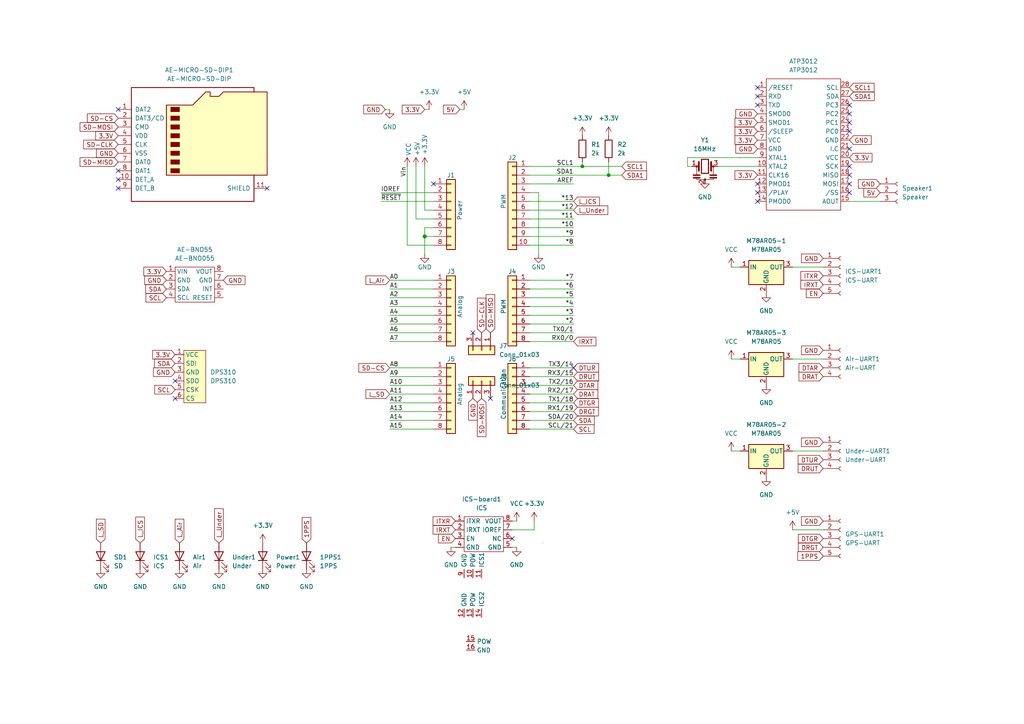
<source format=kicad_sch>
(kicad_sch (version 20211123) (generator eeschema)
  (paper "A4")
  (title_block (title "Main") (date "2023-02-12") (company "TORICA-23th"))
  (lib_symbols
    (symbol "AE-BNO055:AE-BNO055"
      (property "Reference" "U" (at 5.08 1.27 0))
      (property "Value" "AE-BNO055" (at 5.08 3.81 0))
      (symbol "AE-BNO055_0_1"
        (rectangle (start 0 0) (end 11.43 -10.16))
        (rectangle (start 11.43 -10.16) (end 11.43 -10.16))
      )
      (symbol "AE-BNO055_1_1"
        (pin input line (at -2.54 -1.27 0) (length 2.54) (name "VIN") (number "1"))
        (pin input line (at -2.54 -3.81 0) (length 2.54) (name "GND") (number "2"))
        (pin input line (at -2.54 -6.35 0) (length 2.54) (name "SDA") (number "3"))
        (pin input line (at -2.54 -8.89 0) (length 2.54) (name "SCL") (number "4"))
        (pin input line (at 13.97 -8.89 180) (length 2.54) (name "RESET") (number "5"))
        (pin input line (at 13.97 -6.35 180) (length 2.54) (name "INT") (number "6"))
        (pin input line (at 13.97 -3.81 180) (length 2.54) (name "GND") (number "7"))
        (pin input line (at 13.97 -1.27 180) (length 2.54) (name "VOUT") (number "8"))
      )
    )
    (symbol "ATP3012:ATP3012"
      (property "Reference" "U" (at 11.43 3.81 0))
      (property "Value" "ATP3012" (at 11.43 1.27 0))
      (symbol "ATP3012_0_1"
        (rectangle (start 0 0) (end 21.59 -38.1))
      )
      (symbol "ATP3012_1_1"
        (pin input line (at -2.54 -2.54 0) (length 2.54) (name "/RESET") (number "1"))
        (pin input line (at -2.54 -25.4 0) (length 2.54) (name "XTAL2") (number "10"))
        (pin input line (at -2.54 -27.94 0) (length 2.54) (name "CLK16") (number "11"))
        (pin input line (at -2.54 -30.48 0) (length 2.54) (name "PMOD1") (number "12"))
        (pin input line (at -2.54 -33.02 0) (length 2.54) (name "/PLAY") (number "13"))
        (pin input line (at -2.54 -35.56 0) (length 2.54) (name "PMOD0") (number "14"))
        (pin input line (at 24.13 -35.56 180) (length 2.54) (name "AOUT") (number "15"))
        (pin input line (at 24.13 -33.02 180) (length 2.54) (name "/SS") (number "16"))
        (pin input line (at 24.13 -30.48 180) (length 2.54) (name "MOSI") (number "17"))
        (pin input line (at 24.13 -27.94 180) (length 2.54) (name "MISO") (number "18"))
        (pin input line (at 24.13 -25.4 180) (length 2.54) (name "SCK") (number "19"))
        (pin input line (at -2.54 -5.08 0) (length 2.54) (name "RXD") (number "2"))
        (pin input line (at 24.13 -22.86 180) (length 2.54) (name "VCC") (number "20"))
        (pin input line (at 24.13 -20.32 180) (length 2.54) (name "I.C") (number "21"))
        (pin input line (at 24.13 -17.78 180) (length 2.54) (name "GND") (number "22"))
        (pin input line (at 24.13 -15.24 180) (length 2.54) (name "PC0") (number "23"))
        (pin input line (at 24.13 -12.7 180) (length 2.54) (name "PC1") (number "24"))
        (pin input line (at 24.13 -10.16 180) (length 2.54) (name "PC2") (number "25"))
        (pin input line (at 24.13 -7.62 180) (length 2.54) (name "PC3") (number "26"))
        (pin input line (at 24.13 -5.08 180) (length 2.54) (name "SDA") (number "27"))
        (pin input line (at 24.13 -2.54 180) (length 2.54) (name "SCL") (number "28"))
        (pin input line (at -2.54 -7.62 0) (length 2.54) (name "TXD") (number "3"))
        (pin input line (at -2.54 -10.16 0) (length 2.54) (name "SMOD0") (number "4"))
        (pin input line (at -2.54 -12.7 0) (length 2.54) (name "SMOD1") (number "5"))
        (pin input line (at -2.54 -15.24 0) (length 2.54) (name "/SLEEP") (number "6"))
        (pin input line (at -2.54 -17.78 0) (length 2.54) (name "VCC") (number "7"))
        (pin input line (at -2.54 -20.32 0) (length 2.54) (name "GND") (number "8"))
        (pin input line (at -2.54 -22.86 0) (length 2.54) (name "XTAL1") (number "9"))
      )
    )
    (symbol "Connector:Conn_01x03_Female" (pin_names (offset 1.016) hide)
      (property "Reference" "J" (at 0 5.08 0))
      (property "Value" "Conn_01x03_Female" (at 0 -5.08 0))
      (symbol "Conn_01x03_Female_1_1"
        (arc (start 0 -2.032) (mid -0.508 -2.54) (end 0 -3.048) (stroke (width 0.1524)))
        (polyline (pts (xy -1.27 -2.54) (xy -0.508 -2.54)) (stroke (width 0.1524)))
        (polyline (pts (xy -1.27 0) (xy -0.508 0)) (stroke (width 0.1524)))
        (polyline (pts (xy -1.27 2.54) (xy -0.508 2.54)) (stroke (width 0.1524)))
        (arc (start 0 0.508) (mid -0.508 0) (end 0 -0.508) (stroke (width 0.1524)))
        (arc (start 0 3.048) (mid -0.508 2.54) (end 0 2.032) (stroke (width 0.1524)))
        (pin passive line (at -5.08 2.54 0) (length 3.81) (name "Pin_1") (number "1"))
        (pin passive line (at -5.08 0 0) (length 3.81) (name "Pin_2") (number "2"))
        (pin passive line (at -5.08 -2.54 0) (length 3.81) (name "Pin_3") (number "3"))
      )
    )
    (symbol "Connector:Conn_01x04_Female" (pin_names (offset 1.016) hide)
      (property "Reference" "J" (at 0 5.08 0))
      (property "Value" "Conn_01x04_Female" (at 0 -7.62 0))
      (symbol "Conn_01x04_Female_1_1"
        (arc (start 0 -4.572) (mid -0.508 -5.08) (end 0 -5.588) (stroke (width 0.1524)))
        (arc (start 0 -2.032) (mid -0.508 -2.54) (end 0 -3.048) (stroke (width 0.1524)))
        (polyline (pts (xy -1.27 -5.08) (xy -0.508 -5.08)) (stroke (width 0.1524)))
        (polyline (pts (xy -1.27 -2.54) (xy -0.508 -2.54)) (stroke (width 0.1524)))
        (polyline (pts (xy -1.27 0) (xy -0.508 0)) (stroke (width 0.1524)))
        (polyline (pts (xy -1.27 2.54) (xy -0.508 2.54)) (stroke (width 0.1524)))
        (arc (start 0 0.508) (mid -0.508 0) (end 0 -0.508) (stroke (width 0.1524)))
        (arc (start 0 3.048) (mid -0.508 2.54) (end 0 2.032) (stroke (width 0.1524)))
        (pin passive line (at -5.08 2.54 0) (length 3.81) (name "Pin_1") (number "1"))
        (pin passive line (at -5.08 0 0) (length 3.81) (name "Pin_2") (number "2"))
        (pin passive line (at -5.08 -2.54 0) (length 3.81) (name "Pin_3") (number "3"))
        (pin passive line (at -5.08 -5.08 0) (length 3.81) (name "Pin_4") (number "4"))
      )
    )
    (symbol "Connector:Conn_01x05_Female" (pin_names (offset 1.016) hide)
      (property "Reference" "J" (at 0 7.62 0))
      (property "Value" "Conn_01x05_Female" (at 0 -7.62 0))
      (symbol "Conn_01x05_Female_1_1"
        (arc (start 0 -4.572) (mid -0.508 -5.08) (end 0 -5.588) (stroke (width 0.1524)))
        (arc (start 0 -2.032) (mid -0.508 -2.54) (end 0 -3.048) (stroke (width 0.1524)))
        (polyline (pts (xy -1.27 -5.08) (xy -0.508 -5.08)) (stroke (width 0.1524)))
        (polyline (pts (xy -1.27 -2.54) (xy -0.508 -2.54)) (stroke (width 0.1524)))
        (polyline (pts (xy -1.27 0) (xy -0.508 0)) (stroke (width 0.1524)))
        (polyline (pts (xy -1.27 2.54) (xy -0.508 2.54)) (stroke (width 0.1524)))
        (polyline (pts (xy -1.27 5.08) (xy -0.508 5.08)) (stroke (width 0.1524)))
        (arc (start 0 0.508) (mid -0.508 0) (end 0 -0.508) (stroke (width 0.1524)))
        (arc (start 0 3.048) (mid -0.508 2.54) (end 0 2.032) (stroke (width 0.1524)))
        (arc (start 0 5.588) (mid -0.508 5.08) (end 0 4.572) (stroke (width 0.1524)))
        (pin passive line (at -5.08 5.08 0) (length 3.81) (name "Pin_1") (number "1"))
        (pin passive line (at -5.08 2.54 0) (length 3.81) (name "Pin_2") (number "2"))
        (pin passive line (at -5.08 0 0) (length 3.81) (name "Pin_3") (number "3"))
        (pin passive line (at -5.08 -2.54 0) (length 3.81) (name "Pin_4") (number "4"))
        (pin passive line (at -5.08 -5.08 0) (length 3.81) (name "Pin_5") (number "5"))
      )
    )
    (symbol "Connector:Micro_SD_Card_Det_Hirose_DM3AT" (pin_names (offset 1.016))
      (property "Reference" "J" (at -16.51 17.78 0))
      (property "Value" "Micro_SD_Card_Det_Hirose_DM3AT" (at 16.51 17.78 0))
      (symbol "Micro_SD_Card_Det_Hirose_DM3AT_0_1"
        (rectangle (start -7.62 -6.985) (end -5.08 -8.255) (fill (type outline)))
        (rectangle (start -7.62 -4.445) (end -5.08 -5.715) (fill (type outline)))
        (rectangle (start -7.62 -1.905) (end -5.08 -3.175) (fill (type outline)))
        (rectangle (start -7.62 0.635) (end -5.08 -0.635) (fill (type outline)))
        (rectangle (start -7.62 3.175) (end -5.08 1.905) (fill (type outline)))
        (rectangle (start -7.62 5.715) (end -5.08 4.445) (fill (type outline)))
        (rectangle (start -7.62 8.255) (end -5.08 6.985) (fill (type outline)))
        (rectangle (start -7.62 10.795) (end -5.08 9.525) (fill (type outline)))
        (polyline (pts (xy 16.51 15.24) (xy 16.51 16.51) (xy -19.05 16.51) (xy -19.05 -16.51) (xy 16.51 -16.51) (xy 16.51 -8.89)) (stroke (width 0.254)))
        (polyline (pts (xy -8.89 -8.89) (xy -8.89 11.43) (xy -1.27 11.43) (xy 2.54 15.24) (xy 3.81 15.24) (xy 3.81 13.97) (xy 6.35 13.97) (xy 7.62 15.24) (xy 20.32 15.24) (xy 20.32 -8.89) (xy -8.89 -8.89)) (stroke (width 0.254)) (fill (type background)))
      )
      (symbol "Micro_SD_Card_Det_Hirose_DM3AT_1_1"
        (pin bidirectional line (at -22.86 10.16 0) (length 3.81) (name "DAT2") (number "1"))
        (pin passive line (at -22.86 -10.16 0) (length 3.81) (name "DET_A") (number "10"))
        (pin passive line (at 20.32 -12.7 180) (length 3.81) (name "SHIELD") (number "11"))
        (pin bidirectional line (at -22.86 7.62 0) (length 3.81) (name "DAT3/CD") (number "2"))
        (pin input line (at -22.86 5.08 0) (length 3.81) (name "CMD") (number "3"))
        (pin power_in line (at -22.86 2.54 0) (length 3.81) (name "VDD") (number "4"))
        (pin input line (at -22.86 0 0) (length 3.81) (name "CLK") (number "5"))
        (pin power_in line (at -22.86 -2.54 0) (length 3.81) (name "VSS") (number "6"))
        (pin bidirectional line (at -22.86 -5.08 0) (length 3.81) (name "DAT0") (number "7"))
        (pin bidirectional line (at -22.86 -7.62 0) (length 3.81) (name "DAT1") (number "8"))
        (pin passive line (at -22.86 -12.7 0) (length 3.81) (name "DET_B") (number "9"))
      )
    )
    (symbol "Connector_Generic:Conn_01x03" (pin_names (offset 1.016) hide)
      (property "Reference" "J" (at 0 5.08 0))
      (property "Value" "Conn_01x03" (at 0 -5.08 0))
      (symbol "Conn_01x03_1_1"
        (rectangle (start -1.27 -2.413) (end 0 -2.667) (stroke (width 0.1524)))
        (rectangle (start -1.27 0.127) (end 0 -0.127) (stroke (width 0.1524)))
        (rectangle (start -1.27 2.667) (end 0 2.413) (stroke (width 0.1524)))
        (rectangle (start -1.27 3.81) (end 1.27 -3.81) (stroke (width 0.254)) (fill (type background)))
        (pin passive line (at -5.08 2.54 0) (length 3.81) (name "Pin_1") (number "1"))
        (pin passive line (at -5.08 0 0) (length 3.81) (name "Pin_2") (number "2"))
        (pin passive line (at -5.08 -2.54 0) (length 3.81) (name "Pin_3") (number "3"))
      )
    )
    (symbol "Connector_Generic:Conn_01x08" (pin_names (offset 1.016) hide)
      (property "Reference" "J" (at 0 10.16 0))
      (property "Value" "Conn_01x08" (at 0 -12.7 0))
      (symbol "Conn_01x08_1_1"
        (rectangle (start -1.27 -10.033) (end 0 -10.287) (stroke (width 0.1524)))
        (rectangle (start -1.27 -7.493) (end 0 -7.747) (stroke (width 0.1524)))
        (rectangle (start -1.27 -4.953) (end 0 -5.207) (stroke (width 0.1524)))
        (rectangle (start -1.27 -2.413) (end 0 -2.667) (stroke (width 0.1524)))
        (rectangle (start -1.27 0.127) (end 0 -0.127) (stroke (width 0.1524)))
        (rectangle (start -1.27 2.667) (end 0 2.413) (stroke (width 0.1524)))
        (rectangle (start -1.27 5.207) (end 0 4.953) (stroke (width 0.1524)))
        (rectangle (start -1.27 7.747) (end 0 7.493) (stroke (width 0.1524)))
        (rectangle (start -1.27 8.89) (end 1.27 -11.43) (stroke (width 0.254)) (fill (type background)))
        (pin passive line (at -5.08 7.62 0) (length 3.81) (name "Pin_1") (number "1"))
        (pin passive line (at -5.08 5.08 0) (length 3.81) (name "Pin_2") (number "2"))
        (pin passive line (at -5.08 2.54 0) (length 3.81) (name "Pin_3") (number "3"))
        (pin passive line (at -5.08 0 0) (length 3.81) (name "Pin_4") (number "4"))
        (pin passive line (at -5.08 -2.54 0) (length 3.81) (name "Pin_5") (number "5"))
        (pin passive line (at -5.08 -5.08 0) (length 3.81) (name "Pin_6") (number "6"))
        (pin passive line (at -5.08 -7.62 0) (length 3.81) (name "Pin_7") (number "7"))
        (pin passive line (at -5.08 -10.16 0) (length 3.81) (name "Pin_8") (number "8"))
      )
    )
    (symbol "Connector_Generic:Conn_01x10" (pin_names (offset 1.016) hide)
      (property "Reference" "J" (at 0 12.7 0))
      (property "Value" "Conn_01x10" (at 0 -15.24 0))
      (symbol "Conn_01x10_1_1"
        (rectangle (start -1.27 -12.573) (end 0 -12.827) (stroke (width 0.1524)))
        (rectangle (start -1.27 -10.033) (end 0 -10.287) (stroke (width 0.1524)))
        (rectangle (start -1.27 -7.493) (end 0 -7.747) (stroke (width 0.1524)))
        (rectangle (start -1.27 -4.953) (end 0 -5.207) (stroke (width 0.1524)))
        (rectangle (start -1.27 -2.413) (end 0 -2.667) (stroke (width 0.1524)))
        (rectangle (start -1.27 0.127) (end 0 -0.127) (stroke (width 0.1524)))
        (rectangle (start -1.27 2.667) (end 0 2.413) (stroke (width 0.1524)))
        (rectangle (start -1.27 5.207) (end 0 4.953) (stroke (width 0.1524)))
        (rectangle (start -1.27 7.747) (end 0 7.493) (stroke (width 0.1524)))
        (rectangle (start -1.27 10.287) (end 0 10.033) (stroke (width 0.1524)))
        (rectangle (start -1.27 11.43) (end 1.27 -13.97) (stroke (width 0.254)) (fill (type background)))
        (pin passive line (at -5.08 10.16 0) (length 3.81) (name "Pin_1") (number "1"))
        (pin passive line (at -5.08 -12.7 0) (length 3.81) (name "Pin_10") (number "10"))
        (pin passive line (at -5.08 7.62 0) (length 3.81) (name "Pin_2") (number "2"))
        (pin passive line (at -5.08 5.08 0) (length 3.81) (name "Pin_3") (number "3"))
        (pin passive line (at -5.08 2.54 0) (length 3.81) (name "Pin_4") (number "4"))
        (pin passive line (at -5.08 0 0) (length 3.81) (name "Pin_5") (number "5"))
        (pin passive line (at -5.08 -2.54 0) (length 3.81) (name "Pin_6") (number "6"))
        (pin passive line (at -5.08 -5.08 0) (length 3.81) (name "Pin_7") (number "7"))
        (pin passive line (at -5.08 -7.62 0) (length 3.81) (name "Pin_8") (number "8"))
        (pin passive line (at -5.08 -10.16 0) (length 3.81) (name "Pin_9") (number "9"))
      )
    )
    (symbol "DPS310:DPS310"
      (property "Reference" "U" (at -8.89 7.62 0))
      (property "Value" "DPS310" (at -8.89 10.16 0))
      (symbol "DPS310_0_1"
        (rectangle (start -15.24 6.35) (end -8.89 -8.89) (fill (type background)))
      )
      (symbol "DPS310_1_1"
        (pin bidirectional line (at -6.35 5.08 180) (length 2.54) (name "") (number ""))
        (pin bidirectional line (at -6.35 5.08 180) (length 2.54) (name "VCC") (number "1"))
        (pin bidirectional line (at -6.35 2.54 180) (length 2.54) (name "SDI") (number "2"))
        (pin bidirectional line (at -6.35 0 180) (length 2.54) (name "GND") (number "3"))
        (pin bidirectional line (at -6.35 -2.54 180) (length 2.54) (name "SDO") (number "4"))
        (pin bidirectional line (at -6.35 -5.08 180) (length 2.54) (name "CSK") (number "5"))
        (pin bidirectional line (at -6.35 -7.62 180) (length 2.54) (name "CS") (number "6"))
      )
    )
    (symbol "Device:LED" (pin_numbers hide) (pin_names (offset 1.016) hide)
      (property "Reference" "D" (at 0 2.54 0))
      (property "Value" "LED" (at 0 -2.54 0))
      (symbol "LED_0_1"
        (polyline (pts (xy -1.27 -1.27) (xy -1.27 1.27)) (stroke (width 0.254)))
        (polyline (pts (xy -1.27 0) (xy 1.27 0)))
        (polyline (pts (xy 1.27 -1.27) (xy 1.27 1.27) (xy -1.27 0) (xy 1.27 -1.27)) (stroke (width 0.254)))
        (polyline (pts (xy -3.048 -0.762) (xy -4.572 -2.286) (xy -3.81 -2.286) (xy -4.572 -2.286) (xy -4.572 -1.524)))
        (polyline (pts (xy -1.778 -0.762) (xy -3.302 -2.286) (xy -2.54 -2.286) (xy -3.302 -2.286) (xy -3.302 -1.524)))
      )
      (symbol "LED_1_1"
        (pin passive line (at -3.81 0 0) (length 2.54) (name "K") (number "1"))
        (pin passive line (at 3.81 0 180) (length 2.54) (name "A") (number "2"))
      )
    )
    (symbol "Device:R" (pin_numbers hide) (pin_names (offset 0))
      (property "Reference" "R" (at 2.032 0 90))
      (property "Value" "R" (at 0 0 90))
      (symbol "R_0_1"
        (rectangle (start -1.016 -2.54) (end 1.016 2.54) (stroke (width 0.254)))
      )
      (symbol "R_1_1"
        (pin passive line (at 0 3.81 270) (length 1.27) (name "~") (number "1"))
        (pin passive line (at 0 -3.81 90) (length 1.27) (name "~") (number "2"))
      )
    )
    (symbol "Device:Resonator" (pin_names (offset 1.016) hide)
      (property "Reference" "Y" (at 0 5.715 0))
      (property "Value" "Resonator" (at 0 3.81 0))
      (symbol "Resonator_0_1"
        (rectangle (start -3.429 -3.175) (end -1.397 -3.429) (fill (type outline)))
        (rectangle (start -3.429 -2.413) (end -1.397 -2.667) (fill (type outline)))
        (circle (center -2.413 0) (radius 0.254) (fill (type outline)))
        (rectangle (start -1.016 2.032) (end 1.016 -2.032) (stroke (width 0.3048)))
        (circle (center 0 -3.81) (radius 0.254) (fill (type outline)))
        (polyline (pts (xy -2.413 -2.413) (xy -2.413 0)))
        (polyline (pts (xy -1.905 0) (xy -3.175 0)))
        (polyline (pts (xy -1.778 -1.27) (xy -1.778 1.27)) (stroke (width 0.508)))
        (polyline (pts (xy 1.778 -1.27) (xy 1.778 1.27)) (stroke (width 0.508)))
        (polyline (pts (xy 1.905 0) (xy 2.54 0)))
        (polyline (pts (xy 2.413 0) (xy 2.413 -2.54)))
        (polyline (pts (xy 2.413 -3.302) (xy 2.413 -3.81) (xy -2.413 -3.81) (xy -2.413 -3.302)))
        (rectangle (start 1.397 -3.175) (end 3.429 -3.429) (fill (type outline)))
        (rectangle (start 1.397 -2.413) (end 3.429 -2.667) (fill (type outline)))
        (circle (center 2.413 0) (radius 0.254) (fill (type outline)))
      )
      (symbol "Resonator_1_1"
        (pin passive line (at -3.81 0 0) (length 1.27) (name "1") (number "1"))
        (pin passive line (at 0 -5.08 90) (length 1.27) (name "2") (number "2"))
        (pin passive line (at 3.81 0 180) (length 1.27) (name "3") (number "3"))
      )
    )
    (symbol "ICS:ICS"
      (property "Reference" "U" (at 5.08 3.81 0))
      (property "Value" "ICS" (at 5.08 1.27 0))
      (symbol "ICS_0_1"
        (rectangle (start 0 0) (end 11.43 -10.16))
        (rectangle (start 22.86 -7.62) (end 22.86 -7.62))
      )
      (symbol "ICS_1_1"
        (pin input line (at -2.54 -1.27 0) (length 2.54) (name "ITXR") (number "1"))
        (pin input line (at 2.54 -17.78 90) (length 2.54) (name "POW") (number "10"))
        (pin input line (at 5.08 -17.78 90) (length 2.54) (name "ICS1") (number "11"))
        (pin input line (at 0 -29.21 90) (length 2.54) (name "GND") (number "12"))
        (pin input line (at 2.54 -29.21 90) (length 2.54) (name "POW") (number "13"))
        (pin input line (at 5.08 -29.21 90) (length 2.54) (name "ICS2") (number "14"))
        (pin input line (at 0.635 -36.195 0) (length 2.54) (name "POW") (number "15"))
        (pin input line (at 0.635 -38.735 0) (length 2.54) (name "GND") (number "16"))
        (pin input line (at -2.54 -3.81 0) (length 2.54) (name "IRXT") (number "2"))
        (pin input line (at -2.54 -6.35 0) (length 2.54) (name "EN") (number "3"))
        (pin input line (at -2.54 -8.89 0) (length 2.54) (name "GND") (number "4"))
        (pin input line (at 13.97 -8.89 180) (length 2.54) (name "GND") (number "5"))
        (pin input line (at 13.97 -6.35 180) (length 2.54) (name "NC") (number "6"))
        (pin input line (at 13.97 -3.81 180) (length 2.54) (name "IOREF") (number "7"))
        (pin input line (at 13.97 -1.27 180) (length 2.54) (name "VOUT") (number "8"))
        (pin input line (at 0 -17.78 90) (length 2.54) (name "GND") (number "9"))
      )
    )
    (symbol "Regulator_Switching:R-78E5.0-1.0" (pin_names (offset 0.254))
      (property "Reference" "U" (at -3.81 3.175 0))
      (property "Value" "R-78E5.0-1.0" (at 0 3.175 0))
      (symbol "R-78E5.0-1.0_0_1"
        (rectangle (start -5.08 1.905) (end 5.08 -5.08) (stroke (width 0.254)) (fill (type background)))
      )
      (symbol "R-78E5.0-1.0_1_1"
        (pin power_in line (at -7.62 0 0) (length 2.54) (name "IN") (number "1"))
        (pin power_in line (at 0 -7.62 90) (length 2.54) (name "GND") (number "2"))
        (pin power_out line (at 7.62 0 180) (length 2.54) (name "OUT") (number "3"))
      )
    )
    (symbol "power:+3.3V" (power) (pin_names (offset 0))
      (property "Value" "+3.3V" (at 0 3.556 0))
      (symbol "+3.3V_0_1"
        (polyline (pts (xy -0.762 1.27) (xy 0 2.54)))
        (polyline (pts (xy 0 0) (xy 0 2.54)))
        (polyline (pts (xy 0 2.54) (xy 0.762 1.27)))
      )
      (symbol "+3.3V_1_1"
        (pin power_in line (at 0 0 90) (length 0) hide (name "+3.3V") (number "1"))
      )
    )
    (symbol "power:+5V" (power) (pin_names (offset 0))
      (property "Value" "+5V" (at 0 3.556 0))
      (symbol "+5V_0_1"
        (polyline (pts (xy -0.762 1.27) (xy 0 2.54)))
        (polyline (pts (xy 0 0) (xy 0 2.54)))
        (polyline (pts (xy 0 2.54) (xy 0.762 1.27)))
      )
      (symbol "+5V_1_1"
        (pin power_in line (at 0 0 90) (length 0) hide (name "+5V") (number "1"))
      )
    )
    (symbol "power:GND" (power) (pin_names (offset 0))
      (property "Value" "GND" (at 0 -3.81 0))
      (symbol "GND_0_1"
        (polyline (pts (xy 0 0) (xy 0 -1.27) (xy 1.27 -1.27) (xy 0 -2.54) (xy -1.27 -1.27) (xy 0 -1.27)))
      )
      (symbol "GND_1_1"
        (pin power_in line (at 0 0 270) (length 0) hide (name "GND") (number "1"))
      )
    )
    (symbol "power:VCC" (power) (pin_names (offset 0))
      (property "Value" "VCC" (at 0 3.81 0))
      (symbol "VCC_0_1"
        (polyline (pts (xy -0.762 1.27) (xy 0 2.54)))
        (polyline (pts (xy 0 0) (xy 0 2.54)))
        (polyline (pts (xy 0 2.54) (xy 0.762 1.27)))
      )
      (symbol "VCC_1_1"
        (pin power_in line (at 0 0 90) (length 0) hide (name "VCC") (number "1"))
      )
    )
  )
  (junction (at 123.19 68.58) (diameter 1.016))
  (junction (at 168.91 48.26))
  (junction (at 176.53 50.8))
  (no_connect (at 219.71 55.88))
  (no_connect (at 219.71 30.48))
  (no_connect (at 219.71 25.4))
  (no_connect (at 219.71 27.94))
  (no_connect (at 246.38 43.18))
  (no_connect (at 246.38 48.26))
  (no_connect (at 246.38 53.34))
  (no_connect (at 246.38 50.8))
  (no_connect (at 246.38 55.88))
  (no_connect (at 246.38 33.02))
  (no_connect (at 246.38 35.56))
  (no_connect (at 246.38 38.1))
  (no_connect (at 246.38 30.48))
  (no_connect (at 219.71 58.42))
  (no_connect (at 219.71 53.34))
  (no_connect (at 148.59 156.21))
  (no_connect (at 166.37 106.68))
  (no_connect (at 34.29 52.07))
  (no_connect (at 34.29 54.61))
  (no_connect (at 77.47 54.61))
  (no_connect (at 34.29 31.75))
  (no_connect (at 34.29 49.53))
  (no_connect (at 50.8 110.49))
  (no_connect (at 50.8 115.57))
  (no_connect (at 125.73 53.34))
  (no_connect (at 142.24 115.57))
  (no_connect (at 137.16 96.52))
  (wire (pts (xy 111.76 31.75) (xy 113.03 31.75)))
  (wire (pts (xy 153.67 99.06) (xy 166.37 99.06)))
  (wire (pts (xy 176.53 50.8) (xy 180.34 50.8)))
  (wire (pts (xy 176.53 46.99) (xy 176.53 50.8)))
  (wire (pts (xy 113.03 99.06) (xy 125.73 99.06)))
  (wire (pts (xy 153.67 66.04) (xy 166.37 66.04)))
  (wire (pts (xy 153.67 48.26) (xy 168.91 48.26)))
  (wire (pts (xy 212.09 130.81) (xy 214.63 130.81)))
  (wire (pts (xy 153.67 111.76) (xy 166.37 111.76)))
  (wire (pts (xy 229.87 153.67) (xy 238.76 153.67)))
  (wire (pts (xy 123.19 66.04) (xy 123.19 68.58)))
  (wire (pts (xy 113.03 93.98) (xy 125.73 93.98)))
  (wire (pts (xy 123.19 68.58) (xy 123.19 73.66)))
  (wire (pts (xy 123.19 60.96) (xy 125.73 60.96)))
  (wire (pts (xy 120.65 63.5) (xy 125.73 63.5)))
  (wire (pts (xy 120.65 48.26) (xy 120.65 63.5)))
  (wire (pts (xy 113.03 124.46) (xy 125.73 124.46)))
  (wire (pts (xy 133.35 31.75) (xy 134.62 31.75)))
  (wire (pts (xy 153.67 58.42) (xy 166.37 58.42)))
  (wire (pts (xy 199.39 45.72) (xy 199.39 48.26)))
  (wire (pts (xy 123.19 48.26) (xy 123.19 60.96)))
  (wire (pts (xy 153.67 81.28) (xy 166.37 81.28)))
  (wire (pts (xy 125.73 81.28) (xy 113.03 81.28)))
  (wire (pts (xy 153.67 60.96) (xy 166.37 60.96)))
  (wire (pts (xy 125.73 121.92) (xy 113.03 121.92)))
  (wire (pts (xy 153.67 83.82) (xy 166.37 83.82)))
  (wire (pts (xy 153.67 119.38) (xy 166.37 119.38)))
  (wire (pts (xy 148.59 153.67) (xy 154.94 153.67)))
  (wire (pts (xy 212.09 104.14) (xy 214.63 104.14)))
  (wire (pts (xy 153.67 68.58) (xy 166.37 68.58)))
  (wire (pts (xy 153.67 88.9) (xy 166.37 88.9)))
  (wire (pts (xy 110.49 55.88) (xy 125.73 55.88)))
  (wire (pts (xy 229.87 77.47) (xy 238.76 77.47)))
  (wire (pts (xy 153.67 109.22) (xy 166.37 109.22)))
  (wire (pts (xy 204.47 53.34) (xy 204.47 52.07)))
  (wire (pts (xy 156.21 55.88) (xy 156.21 73.66)))
  (wire (pts (xy 153.67 124.46) (xy 166.37 124.46)))
  (wire (pts (xy 153.67 53.34) (xy 166.37 53.34)))
  (wire (pts (xy 246.38 58.42) (xy 255.27 58.42)))
  (wire (pts (xy 153.67 116.84) (xy 166.37 116.84)))
  (wire (pts (xy 113.03 114.3) (xy 125.73 114.3)))
  (wire (pts (xy 125.73 86.36) (xy 113.03 86.36)))
  (wire (pts (xy 110.49 58.42) (xy 125.73 58.42)))
  (wire (pts (xy 148.59 158.75) (xy 149.86 158.75)))
  (wire (pts (xy 153.67 106.68) (xy 166.37 106.68)))
  (wire (pts (xy 125.73 68.58) (xy 123.19 68.58)))
  (wire (pts (xy 168.91 46.99) (xy 168.91 48.26)))
  (wire (pts (xy 125.73 71.12) (xy 118.11 71.12)))
  (wire (pts (xy 113.03 83.82) (xy 125.73 83.82)))
  (wire (pts (xy 199.39 48.26) (xy 200.66 48.26)))
  (wire (pts (xy 168.91 48.26) (xy 180.34 48.26)))
  (wire (pts (xy 219.71 45.72) (xy 199.39 45.72)))
  (wire (pts (xy 125.73 111.76) (xy 113.03 111.76)))
  (wire (pts (xy 153.67 114.3) (xy 166.37 114.3)))
  (wire (pts (xy 153.67 55.88) (xy 156.21 55.88)))
  (wire (pts (xy 212.09 77.47) (xy 214.63 77.47)))
  (wire (pts (xy 148.59 151.13) (xy 149.86 151.13)))
  (wire (pts (xy 125.73 66.04) (xy 123.19 66.04)))
  (wire (pts (xy 123.19 31.75) (xy 124.46 31.75)))
  (wire (pts (xy 113.03 119.38) (xy 125.73 119.38)))
  (wire (pts (xy 153.67 63.5) (xy 166.37 63.5)))
  (wire (pts (xy 113.03 109.22) (xy 125.73 109.22)))
  (wire (pts (xy 153.67 86.36) (xy 166.37 86.36)))
  (wire (pts (xy 113.03 88.9) (xy 125.73 88.9)))
  (wire (pts (xy 130.81 158.75) (xy 132.08 158.75)))
  (wire (pts (xy 153.67 121.92) (xy 166.37 121.92)))
  (wire (pts (xy 229.87 104.14) (xy 238.76 104.14)))
  (wire (pts (xy 125.73 106.68) (xy 113.03 106.68)))
  (wire (pts (xy 154.94 153.67) (xy 154.94 151.13)))
  (wire (pts (xy 153.67 50.8) (xy 176.53 50.8)))
  (wire (pts (xy 153.67 93.98) (xy 166.37 93.98)))
  (wire (pts (xy 153.67 91.44) (xy 166.37 91.44)))
  (wire (pts (xy 208.28 48.26) (xy 219.71 48.26)))
  (wire (pts (xy 153.67 96.52) (xy 166.37 96.52)))
  (wire (pts (xy 125.73 116.84) (xy 113.03 116.84)))
  (wire (pts (xy 229.87 130.81) (xy 238.76 130.81)))
  (wire (pts (xy 118.11 71.12) (xy 118.11 48.26)))
  (wire (pts (xy 125.73 96.52) (xy 113.03 96.52)))
  (wire (pts (xy 125.73 91.44) (xy 113.03 91.44)))
  (wire (pts (xy 153.67 71.12) (xy 166.37 71.12)))
  (label "A10" (at 113.03 111.76 0))
  (label "RX0{slash}0" (at 166.37 99.06 180))
  (label "A15" (at 113.03 124.46 0))
  (label "A2" (at 113.03 86.36 0))
  (label "RX2{slash}17" (at 166.37 114.3 180))
  (label "*4" (at 166.37 88.9 180))
  (label "SDA{slash}20" (at 166.37 121.92 180))
  (label "*2" (at 166.37 93.98 180))
  (label "TX1{slash}18" (at 166.37 116.84 180))
  (label "A3" (at 113.03 88.9 0))
  (label "*13" (at 166.37 58.42 180))
  (label "*12" (at 166.37 60.96 180))
  (label "~{RESET}" (at 110.49 58.42 0))
  (label "*10" (at 166.37 66.04 180))
  (label "A13" (at 113.03 119.38 0))
  (label "*7" (at 166.37 81.28 180))
  (label "SDA1" (at 166.37 50.8 180))
  (label "*8" (at 166.37 71.12 180))
  (label "A9" (at 113.03 109.22 0))
  (label "*11" (at 166.37 63.5 180))
  (label "*3" (at 166.37 91.44 180))
  (label "A6" (at 113.03 96.52 0))
  (label "A1" (at 113.03 83.82 0))
  (label "TX0{slash}1" (at 166.37 96.52 180))
  (label "RX1{slash}19" (at 166.37 119.38 180))
  (label "A0" (at 113.03 81.28 0))
  (label "AREF" (at 166.37 53.34 180))
  (label "A14" (at 113.03 121.92 0))
  (label "A8" (at 113.03 106.68 0))
  (label "Vin" (at 118.11 48.26 270))
  (label "*6" (at 166.37 83.82 180))
  (label "SCL1" (at 166.37 48.26 180))
  (label "*9" (at 166.37 68.58 180))
  (label "TX2{slash}16" (at 166.37 111.76 180))
  (label "*5" (at 166.37 86.36 180))
  (label "IOREF" (at 110.49 55.88 0))
  (label "A7" (at 113.03 99.06 0))
  (label "A11" (at 113.03 114.3 0))
  (label "A4" (at 113.03 91.44 0))
  (label "A5" (at 113.03 93.98 0))
  (label "RX3{slash}15" (at 166.37 109.22 180))
  (label "TX3{slash}14" (at 166.37 106.68 180))
  (label "A12" (at 113.03 116.84 0))
  (label "SCL{slash}21" (at 166.37 124.46 180))
  (global_label "DTGR" (shape input) (at 166.37 116.84 0) (property "Intersheet References" "${INTERSHEET_REFS}" (effects hide)))
  (global_label "1PPS" (shape input) (at 238.76 161.29 180) (property "Intersheet References" "${INTERSHEET_REFS}" (effects hide)))
  (global_label "IRXT" (shape input) (at 238.76 82.55 180) (property "Intersheet References" "${INTERSHEET_REFS}" (effects hide)))
  (global_label "3.3V" (shape input) (at 219.71 38.1 180) (property "Intersheet References" "${INTERSHEET_REFS}" (effects hide)))
  (global_label "3.3V" (shape input) (at 123.19 31.75 180) (property "Intersheet References" "${INTERSHEET_REFS}" (effects hide)))
  (global_label "SD-CLK" (shape input) (at 34.29 41.91 180) (property "Intersheet References" "${INTERSHEET_REFS}" (effects hide)))
  (global_label "SDA" (shape input) (at 50.8 105.41 180) (property "Intersheet References" "${INTERSHEET_REFS}" (effects hide)))
  (global_label "SCL1" (shape input) (at 180.34 48.26 0) (property "Intersheet References" "${INTERSHEET_REFS}" (effects hide)))
  (global_label "SCL" (shape input) (at 166.37 124.46 0) (property "Intersheet References" "${INTERSHEET_REFS}" (effects hide)))
  (global_label "GND" (shape input) (at 238.76 74.93 180) (property "Intersheet References" "${INTERSHEET_REFS}" (effects hide)))
  (global_label "GND" (shape input) (at 111.76 31.75 180) (property "Intersheet References" "${INTERSHEET_REFS}" (effects hide)))
  (global_label "SD-MOSI" (shape input) (at 34.29 36.83 180) (property "Intersheet References" "${INTERSHEET_REFS}" (effects hide)))
  (global_label "SDA" (shape input) (at 48.26 83.82 180) (property "Intersheet References" "${INTERSHEET_REFS}" (effects hide)))
  (global_label "GND" (shape input) (at 246.38 40.64 0) (property "Intersheet References" "${INTERSHEET_REFS}" (effects hide)))
  (global_label "DRAT" (shape input) (at 166.37 114.3 0) (property "Intersheet References" "${INTERSHEET_REFS}" (effects hide)))
  (global_label "3.3V" (shape input) (at 246.38 45.72 0) (property "Intersheet References" "${INTERSHEET_REFS}" (effects hide)))
  (global_label "GND" (shape input) (at 238.76 128.27 180) (property "Intersheet References" "${INTERSHEET_REFS}" (effects hide)))
  (global_label "SCL1" (shape input) (at 246.38 25.4 0) (property "Intersheet References" "${INTERSHEET_REFS}" (effects hide)))
  (global_label "DTGR" (shape input) (at 238.76 156.21 180) (property "Intersheet References" "${INTERSHEET_REFS}" (effects hide)))
  (global_label "GND" (shape input) (at 34.29 44.45 180) (property "Intersheet References" "${INTERSHEET_REFS}" (effects hide)))
  (global_label "GND" (shape input) (at 219.71 33.02 180) (property "Intersheet References" "${INTERSHEET_REFS}" (effects hide)))
  (global_label "SCL" (shape input) (at 48.26 86.36 180) (property "Intersheet References" "${INTERSHEET_REFS}" (effects hide)))
  (global_label "5V" (shape input) (at 255.27 55.88 180) (property "Intersheet References" "${INTERSHEET_REFS}" (effects hide)))
  (global_label "GND" (shape input) (at 48.26 81.28 180) (property "Intersheet References" "${INTERSHEET_REFS}" (effects hide)))
  (global_label "L_Air" (shape input) (at 52.07 157.48 90) (property "Intersheet References" "${INTERSHEET_REFS}" (effects hide)))
  (global_label "1PPS" (shape input) (at 88.9 157.48 90) (property "Intersheet References" "${INTERSHEET_REFS}" (effects hide)))
  (global_label "SDA1" (shape input) (at 180.34 50.8 0) (property "Intersheet References" "${INTERSHEET_REFS}" (effects hide)))
  (global_label "DRUT" (shape input) (at 238.76 135.89 180) (property "Intersheet References" "${INTERSHEET_REFS}" (effects hide)))
  (global_label "GND" (shape input) (at 64.77 81.28 0) (property "Intersheet References" "${INTERSHEET_REFS}" (effects hide)))
  (global_label "DRUT" (shape input) (at 166.37 109.22 0) (property "Intersheet References" "${INTERSHEET_REFS}" (effects hide)))
  (global_label "SD-MISO" (shape input) (at 34.29 46.99 180) (property "Intersheet References" "${INTERSHEET_REFS}" (effects hide)))
  (global_label "3.3V" (shape input) (at 219.71 40.64 180) (property "Intersheet References" "${INTERSHEET_REFS}" (effects hide)))
  (global_label "EN" (shape input) (at 132.08 156.21 180) (property "Intersheet References" "${INTERSHEET_REFS}" (effects hide)))
  (global_label "SD-CLK" (shape input) (at 139.7 96.52 90) (property "Intersheet References" "${INTERSHEET_REFS}" (effects hide)))
  (global_label "GND" (shape input) (at 255.27 53.34 180) (property "Intersheet References" "${INTERSHEET_REFS}" (effects hide)))
  (global_label "L_SD" (shape input) (at 113.03 114.3 180) (property "Intersheet References" "${INTERSHEET_REFS}" (effects hide)))
  (global_label "L_ICS" (shape input) (at 166.37 58.42 0) (property "Intersheet References" "${INTERSHEET_REFS}" (effects hide)))
  (global_label "GND" (shape input) (at 137.16 115.57 270) (property "Intersheet References" "${INTERSHEET_REFS}" (effects hide)))
  (global_label "GND" (shape input) (at 238.76 101.6 180) (property "Intersheet References" "${INTERSHEET_REFS}" (effects hide)))
  (global_label "ITXR" (shape input) (at 238.76 80.01 180) (property "Intersheet References" "${INTERSHEET_REFS}" (effects hide)))
  (global_label "SD-MISO" (shape input) (at 142.24 96.52 90) (property "Intersheet References" "${INTERSHEET_REFS}" (effects hide)))
  (global_label "SD-CS" (shape input) (at 113.03 106.68 180) (property "Intersheet References" "${INTERSHEET_REFS}" (effects hide)))
  (global_label "3.3V" (shape input) (at 48.26 78.74 180) (property "Intersheet References" "${INTERSHEET_REFS}" (effects hide)))
  (global_label "SCL" (shape input) (at 50.8 113.03 180) (property "Intersheet References" "${INTERSHEET_REFS}" (effects hide)))
  (global_label "3.3V" (shape input) (at 219.71 50.8 180) (property "Intersheet References" "${INTERSHEET_REFS}" (effects hide)))
  (global_label "L_SD" (shape input) (at 29.21 157.48 90) (property "Intersheet References" "${INTERSHEET_REFS}" (effects hide)))
  (global_label "L_Under" (shape input) (at 166.37 60.96 0) (property "Intersheet References" "${INTERSHEET_REFS}" (effects hide)))
  (global_label "IRXT" (shape input) (at 132.08 153.67 180) (property "Intersheet References" "${INTERSHEET_REFS}" (effects hide)))
  (global_label "L_ICS" (shape input) (at 40.64 157.48 90) (property "Intersheet References" "${INTERSHEET_REFS}" (effects hide)))
  (global_label "GND" (shape input) (at 238.76 151.13 180) (property "Intersheet References" "${INTERSHEET_REFS}" (effects hide)))
  (global_label "3.3V" (shape input) (at 219.71 35.56 180) (property "Intersheet References" "${INTERSHEET_REFS}" (effects hide)))
  (global_label "GND" (shape input) (at 219.71 43.18 180) (property "Intersheet References" "${INTERSHEET_REFS}" (effects hide)))
  (global_label "GND" (shape input) (at 50.8 107.95 180) (property "Intersheet References" "${INTERSHEET_REFS}" (effects hide)))
  (global_label "DRGT" (shape input) (at 166.37 119.38 0) (property "Intersheet References" "${INTERSHEET_REFS}" (effects hide)))
  (global_label "DTUR" (shape input) (at 166.37 106.68 0) (property "Intersheet References" "${INTERSHEET_REFS}" (effects hide)))
  (global_label "IRXT" (shape input) (at 166.37 99.06 0) (property "Intersheet References" "${INTERSHEET_REFS}" (effects hide)))
  (global_label "DRGT" (shape input) (at 238.76 158.75 180) (property "Intersheet References" "${INTERSHEET_REFS}" (effects hide)))
  (global_label "DRAT" (shape input) (at 238.76 109.22 180) (property "Intersheet References" "${INTERSHEET_REFS}" (effects hide)))
  (global_label "SD-CS" (shape input) (at 34.29 34.29 180) (property "Intersheet References" "${INTERSHEET_REFS}" (effects hide)))
  (global_label "DTAR" (shape input) (at 166.37 111.76 0) (property "Intersheet References" "${INTERSHEET_REFS}" (effects hide)))
  (global_label "SDA1" (shape input) (at 246.38 27.94 0) (property "Intersheet References" "${INTERSHEET_REFS}" (effects hide)))
  (global_label "3.3V" (shape input) (at 34.29 39.37 180) (property "Intersheet References" "${INTERSHEET_REFS}" (effects hide)))
  (global_label "L_Under" (shape input) (at 63.5 157.48 90) (property "Intersheet References" "${INTERSHEET_REFS}" (effects hide)))
  (global_label "DTUR" (shape input) (at 238.76 133.35 180) (property "Intersheet References" "${INTERSHEET_REFS}" (effects hide)))
  (global_label "3.3V" (shape input) (at 50.8 102.87 180) (property "Intersheet References" "${INTERSHEET_REFS}" (effects hide)))
  (global_label "EN" (shape input) (at 238.76 85.09 180) (property "Intersheet References" "${INTERSHEET_REFS}" (effects hide)))
  (global_label "SD-MOSI" (shape input) (at 139.7 115.57 270) (property "Intersheet References" "${INTERSHEET_REFS}" (effects hide)))
  (global_label "L_Air" (shape input) (at 113.03 81.28 180) (property "Intersheet References" "${INTERSHEET_REFS}" (effects hide)))
  (global_label "5V" (shape input) (at 133.35 31.75 180) (property "Intersheet References" "${INTERSHEET_REFS}" (effects hide)))
  (global_label "DTAR" (shape input) (at 238.76 106.68 180) (property "Intersheet References" "${INTERSHEET_REFS}" (effects hide)))
  (global_label "ITXR" (shape input) (at 132.08 151.13 180) (property "Intersheet References" "${INTERSHEET_REFS}" (effects hide)))
  (global_label "SDA" (shape input) (at 166.37 121.92 0) (property "Intersheet References" "${INTERSHEET_REFS}" (effects hide)))
  (symbol (lib_id "Connector_Generic:Conn_01x08") (at 130.81 60.96 0) (unit 1)
    (property "Reference" "J1" (at 130.81 50.8 0))
    (property "Value" "Power" (at 133.35 60.96 90))
    (property "Footprint" "Connector_PinHeader_2.54mm:PinHeader_1x08_P2.54mm_Vertical" (effects hide))
  )
  (symbol (lib_id "power:+5V") (at 120.65 48.26 0) (unit 1)
    (property "Reference" "#PWR02" (effects hide))
    (property "Value" "+5V" (at 121.0056 45.212 90) (effects (justify left)))
  )
  (symbol (lib_id "power:GND") (at 123.19 73.66 0) (unit 1)
    (property "Reference" "#PWR04" (effects hide))
    (property "Value" "GND" (at 123.19 77.47 0))
  )
  (symbol (lib_id "Connector_Generic:Conn_01x10") (at 148.59 58.42 0) (mirror y) (unit 1)
    (property "Reference" "J2" (at 148.59 45.72 0))
    (property "Value" "PWM" (at 146.05 58.42 90))
    (property "Footprint" "Connector_PinHeader_2.54mm:PinHeader_1x10_P2.54mm_Vertical" (effects hide))
  )
  (symbol (lib_id "power:GND") (at 156.21 73.66 0) (unit 1)
    (property "Reference" "#PWR05" (effects hide))
    (property "Value" "GND" (at 156.21 77.47 0))
  )
  (symbol (lib_id "Connector_Generic:Conn_01x08") (at 130.81 88.9 0) (unit 1)
    (property "Reference" "J3" (at 130.81 78.74 0))
    (property "Value" "Analog" (at 133.35 88.9 90))
    (property "Footprint" "Connector_PinHeader_2.54mm:PinHeader_1x08_P2.54mm_Vertical" (effects hide))
  )
  (symbol (lib_id "Connector_Generic:Conn_01x08") (at 148.59 88.9 0) (mirror y) (unit 1)
    (property "Reference" "J4" (at 148.59 78.74 0))
    (property "Value" "PWM" (at 146.05 88.9 90))
    (property "Footprint" "Connector_PinHeader_2.54mm:PinHeader_1x08_P2.54mm_Vertical" (effects hide))
  )
  (symbol (lib_id "Connector_Generic:Conn_01x08") (at 130.81 114.3 0) (unit 1)
    (property "Reference" "J5" (at 130.81 104.14 0))
    (property "Value" "Analog" (at 133.35 114.3 90))
    (property "Footprint" "Connector_PinHeader_2.54mm:PinHeader_1x08_P2.54mm_Vertical" (effects hide))
  )
  (symbol (lib_id "Connector_Generic:Conn_01x08") (at 148.59 114.3 0) (mirror y) (unit 1)
    (property "Reference" "J6" (at 148.59 104.14 0))
    (property "Value" "Communication" (at 146.05 114.3 90))
    (property "Footprint" "Connector_PinHeader_2.54mm:PinHeader_1x08_P2.54mm_Vertical" (effects hide))
  )
  (symbol (lib_id "Connector:Conn_01x05_Female") (at 243.84 156.21 0) (unit 1)
    (property "Reference" "GPS-UART1" (at 245.11 154.9399 0) (effects (justify left)))
    (property "Value" "GPS-UART" (at 245.11 157.4799 0) (effects (justify left)))
    (property "Footprint" "Connector_JST:JST_XH_S5B-XH-A_1x05_P2.50mm_Horizontal" (effects hide))
  )
  (symbol (lib_id "power:VCC") (at 212.09 77.47 0) (unit 1)
    (property "Reference" "#PWR0104" (effects hide))
    (property "Value" "VCC" (at 212.09 72.39 0))
  )
  (symbol (lib_id "power:GND") (at 222.25 111.76 0) (unit 1)
    (property "Reference" "#PWR0108" (effects hide))
    (property "Value" "GND" (at 222.25 116.84 0))
  )
  (symbol (lib_id "Device:LED") (at 76.2 161.29 90) (unit 1)
    (property "Reference" "Power1" (at 80.01 161.6074 90) (effects (justify right)))
    (property "Value" "Power" (at 80.01 164.1474 90) (effects (justify right)))
    (property "Footprint" "LED_THT:LED_D3.0mm_Clear" (effects hide))
  )
  (symbol (lib_id "Device:R") (at 168.91 43.18 0) (unit 1)
    (property "Reference" "R1" (at 171.45 41.9099 0) (effects (justify left)))
    (property "Value" "2k" (at 171.45 44.4499 0) (effects (justify left)))
    (property "Footprint" "Resistor_THT:R_Axial_DIN0204_L3.6mm_D1.6mm_P7.62mm_Horizontal" (effects hide))
  )
  (symbol (lib_id "Connector_Generic:Conn_01x03") (at 139.7 101.6 270) (unit 1)
    (property "Reference" "J7" (at 144.78 100.3299 90) (effects (justify left)))
    (property "Value" "Conn_01x03" (at 144.78 102.8699 90) (effects (justify left)))
    (property "Footprint" "Connector_PinSocket_2.54mm:PinSocket_1x03_P2.54mm_Vertical" (effects hide))
  )
  (symbol (lib_id "ATP3012:ATP3012") (at 222.25 22.86 0) (unit 1)
    (property "Reference" "ATP3012" (at 233.045 17.78 0))
    (property "Value" "ATP3012" (at 233.045 20.32 0))
    (property "Footprint" "Package_DIP:DIP-28_W7.62mm" (effects hide))
  )
  (symbol (lib_id "power:+3.3V") (at 176.53 39.37 0) (unit 1)
    (property "Reference" "#PWR0103" (effects hide))
    (property "Value" "+3.3V" (at 176.53 34.29 0))
  )
  (symbol (lib_id "Regulator_Switching:R-78E5.0-1.0") (at 222.25 77.47 0) (unit 1)
    (property "Reference" "M78AR05-1" (at 222.25 69.85 0))
    (property "Value" "M78AR05" (at 222.25 72.39 0))
    (property "Footprint" "Converter_DCDC:Converter_DCDC_RECOM_R-78E-0.5_THT" (effects hide))
    (property "Datasheet" "https://www.recom-power.com/pdf/Innoline/R-78Exx-1.0.pdf" (effects hide))
  )
  (symbol (lib_id "power:GND") (at 76.2 165.1 0) (unit 1)
    (property "Reference" "#PWR0123" (effects hide))
    (property "Value" "GND" (at 76.2 170.18 0))
  )
  (symbol (lib_id "Regulator_Switching:R-78E5.0-1.0") (at 222.25 130.81 0) (unit 1)
    (property "Reference" "M78AR05-2" (at 222.25 123.19 0))
    (property "Value" "M78AR05" (at 222.25 125.73 0))
    (property "Footprint" "Converter_DCDC:Converter_DCDC_RECOM_R-78E-0.5_THT" (effects hide))
    (property "Datasheet" "https://www.recom-power.com/pdf/Innoline/R-78Exx-1.0.pdf" (effects hide))
  )
  (symbol (lib_id "Connector:Conn_01x05_Female") (at 243.84 80.01 0) (unit 1)
    (property "Reference" "ICS-UART1" (at 245.11 78.7399 0) (effects (justify left)))
    (property "Value" "ICS-UART" (at 245.11 81.2799 0) (effects (justify left)))
    (property "Footprint" "Connector_JST:JST_XH_S5B-XH-A_1x05_P2.50mm_Horizontal" (effects hide))
  )
  (symbol (lib_id "power:GND") (at 130.81 158.75 0) (unit 1)
    (property "Reference" "#PWR0111" (effects hide))
    (property "Value" "GND" (at 130.81 163.83 0))
  )
  (symbol (lib_id "Device:LED") (at 40.64 161.29 90) (unit 1)
    (property "Reference" "ICS1" (at 44.45 161.6074 90) (effects (justify right)))
    (property "Value" "ICS" (at 44.45 164.1474 90) (effects (justify right)))
    (property "Footprint" "LED_THT:LED_D3.0mm_Clear" (effects hide))
  )
  (symbol (lib_id "power:VCC") (at 118.11 48.26 0) (unit 1)
    (property "Reference" "#PWR01" (effects hide))
    (property "Value" "VCC" (at 118.491 45.212 90) (effects (justify left)))
  )
  (symbol (lib_id "power:GND") (at 40.64 165.1 0) (unit 1)
    (property "Reference" "#PWR0119" (effects hide))
    (property "Value" "GND" (at 40.64 170.18 0))
  )
  (symbol (lib_id "power:GND") (at 63.5 165.1 0) (unit 1)
    (property "Reference" "#PWR0121" (effects hide))
    (property "Value" "GND" (at 63.5 170.18 0))
  )
  (symbol (lib_id "power:VCC") (at 149.86 151.13 0) (unit 1)
    (property "Reference" "#PWR0112" (effects hide))
    (property "Value" "VCC" (at 149.86 146.05 0))
  )
  (symbol (lib_id "Device:R") (at 176.53 43.18 180) (unit 1)
    (property "Reference" "R2" (at 179.07 41.9099 0) (effects (justify right)))
    (property "Value" "2k" (at 179.07 44.4499 0) (effects (justify right)))
    (property "Footprint" "Resistor_THT:R_Axial_DIN0204_L3.6mm_D1.6mm_P7.62mm_Horizontal" (effects hide))
  )
  (symbol (lib_id "power:+5V") (at 134.62 31.75 0) (unit 1)
    (property "Reference" "#PWR0118" (effects hide))
    (property "Value" "+5V" (at 134.62 26.67 0))
  )
  (symbol (lib_id "DPS310:DPS310") (at 44.45 107.95 0) (mirror y) (unit 1)
    (property "Reference" "DPS310" (at 60.96 107.9499 0) (effects (justify right)))
    (property "Value" "DPS310" (at 60.96 110.4899 0) (effects (justify right)))
    (property "Footprint" "DPS310:DPS310" (effects hide))
  )
  (symbol (lib_id "Regulator_Switching:R-78E5.0-1.0") (at 222.25 104.14 0) (unit 1)
    (property "Reference" "M78AR05-3" (at 222.25 96.52 0))
    (property "Value" "M78AR05" (at 222.25 99.06 0))
    (property "Footprint" "Converter_DCDC:Converter_DCDC_RECOM_R-78E-0.5_THT" (effects hide))
    (property "Datasheet" "https://www.recom-power.com/pdf/Innoline/R-78Exx-1.0.pdf" (effects hide))
  )
  (symbol (lib_id "power:+3.3V") (at 168.91 39.37 0) (unit 1)
    (property "Reference" "#PWR0102" (effects hide))
    (property "Value" "+3.3V" (at 168.91 34.29 0))
  )
  (symbol (lib_id "power:GND") (at 113.03 31.75 0) (unit 1)
    (property "Reference" "#PWR0115" (effects hide))
    (property "Value" "GND" (at 113.03 36.83 0))
  )
  (symbol (lib_id "power:+3.3V") (at 124.46 31.75 0) (unit 1)
    (property "Reference" "#PWR0116" (effects hide))
    (property "Value" "+3.3V" (at 124.46 26.67 0))
  )
  (symbol (lib_id "power:GND") (at 29.21 165.1 0) (unit 1)
    (property "Reference" "#PWR0124" (effects hide))
    (property "Value" "GND" (at 29.21 170.18 0))
  )
  (symbol (lib_id "power:+3.3V") (at 76.2 157.48 0) (unit 1)
    (property "Reference" "#PWR0125" (effects hide))
    (property "Value" "+3.3V" (at 76.2 152.4 0))
  )
  (symbol (lib_id "power:GND") (at 88.9 165.1 0) (unit 1)
    (property "Reference" "#PWR0122" (effects hide))
    (property "Value" "GND" (at 88.9 170.18 0))
  )
  (symbol (lib_id "Device:Resonator") (at 204.47 48.26 0) (unit 1)
    (property "Reference" "Y1" (at 204.47 40.64 0))
    (property "Value" "16MHｚ" (at 204.47 43.18 0))
    (property "Footprint" "Crystal:Resonator_Murata_CSTLSxxxX-3Pin_W5.5mm_H3.0mm" (effects hide))
  )
  (symbol (lib_id "Connector:Conn_01x03_Female") (at 260.35 55.88 0) (unit 1)
    (property "Reference" "Speaker1" (at 261.62 54.6099 0) (effects (justify left)))
    (property "Value" "Speaker" (at 261.62 57.1499 0) (effects (justify left)))
    (property "Footprint" "Connector_JST:JST_XH_S3B-XH-A_1x03_P2.50mm_Horizontal" (effects hide))
  )
  (symbol (lib_id "power:GND") (at 52.07 165.1 0) (unit 1)
    (property "Reference" "#PWR0120" (effects hide))
    (property "Value" "GND" (at 52.07 170.18 0))
  )
  (symbol (lib_id "Device:LED") (at 52.07 161.29 90) (unit 1)
    (property "Reference" "Air1" (at 55.88 161.6074 90) (effects (justify right)))
    (property "Value" "Air" (at 55.88 164.1474 90) (effects (justify right)))
    (property "Footprint" "LED_THT:LED_D3.0mm_Clear" (effects hide))
  )
  (symbol (lib_id "power:VCC") (at 212.09 104.14 0) (unit 1)
    (property "Reference" "#PWR0107" (effects hide))
    (property "Value" "VCC" (at 212.09 99.06 0))
  )
  (symbol (lib_id "power:GND") (at 222.25 138.43 0) (unit 1)
    (property "Reference" "#PWR0106" (effects hide))
    (property "Value" "GND" (at 222.25 143.51 0))
  )
  (symbol (lib_id "power:+5V") (at 229.87 153.67 0) (unit 1)
    (property "Reference" "#PWR0110" (effects hide))
    (property "Value" "+5V" (at 229.87 148.59 0))
  )
  (symbol (lib_id "Connector_Generic:Conn_01x03") (at 139.7 110.49 90) (unit 1)
    (property "Reference" "J8" (at 144.78 109.2199 90) (effects (justify right)))
    (property "Value" "Conn_01x03" (at 144.78 111.7599 90) (effects (justify right)))
    (property "Footprint" "Connector_PinSocket_2.54mm:PinSocket_1x03_P2.54mm_Vertical" (effects hide))
  )
  (symbol (lib_id "Connector:Conn_01x04_Female") (at 243.84 130.81 0) (unit 1)
    (property "Reference" "Under-UART1" (at 245.11 130.8099 0) (effects (justify left)))
    (property "Value" "Under-UART" (at 245.11 133.3499 0) (effects (justify left)))
    (property "Footprint" "Connector_JST:JST_XH_S4B-XH-A_1x04_P2.50mm_Horizontal" (effects hide))
  )
  (symbol (lib_id "Device:LED") (at 63.5 161.29 90) (unit 1)
    (property "Reference" "Under1" (at 67.31 161.6074 90) (effects (justify right)))
    (property "Value" "Under" (at 67.31 164.1474 90) (effects (justify right)))
    (property "Footprint" "LED_THT:LED_D3.0mm_Clear" (effects hide))
  )
  (symbol (lib_id "AE-BNO055:AE-BNO055") (at 50.8 77.47 0) (unit 1)
    (property "Reference" "AE-BNO55" (at 56.515 72.39 0))
    (property "Value" "AE-BNO055" (at 56.515 74.93 0))
    (property "Footprint" "AE-BNO055:AE-BNO055" (effects hide))
  )
  (symbol (lib_id "power:VCC") (at 212.09 130.81 0) (unit 1)
    (property "Reference" "#PWR0109" (effects hide))
    (property "Value" "VCC" (at 212.09 125.73 0))
  )
  (symbol (lib_id "power:+3.3V") (at 123.19 48.26 0) (unit 1)
    (property "Reference" "#PWR0117" (effects hide))
    (property "Value" "+3.3V" (at 123.19 41.91 90))
  )
  (symbol (lib_id "power:GND") (at 222.25 85.09 0) (unit 1)
    (property "Reference" "#PWR0105" (effects hide))
    (property "Value" "GND" (at 222.25 90.17 0))
  )
  (symbol (lib_id "power:+3.3V") (at 154.94 151.13 0) (unit 1)
    (property "Reference" "#PWR0113" (effects hide))
    (property "Value" "+3.3V" (at 154.94 146.05 0))
  )
  (symbol (lib_id "Connector:Micro_SD_Card_Det_Hirose_DM3AT") (at 57.15 41.91 0) (unit 1)
    (property "Reference" "AE-MICRO-SD-DIP1" (at 57.785 20.32 0))
    (property "Value" "AE-MICRO-SD-DIP" (at 57.785 22.86 0))
    (property "Footprint" "microSD:microSD_AE-MICRO-SD-DIP" (effects hide))
    (property "Datasheet" "https://www.hirose.com/product/en/download_file/key_name/DM3/category/Catalog/doc_file_id/49662/?file_category_id=4&item_id=195&is_series=1" (effects hide))
  )
  (symbol (lib_id "Device:LED") (at 29.21 161.29 90) (unit 1)
    (property "Reference" "SD1" (at 33.02 161.6074 90) (effects (justify right)))
    (property "Value" "SD" (at 33.02 164.1474 90) (effects (justify right)))
    (property "Footprint" "LED_THT:LED_D3.0mm_Clear" (effects hide))
  )
  (symbol (lib_id "Device:LED") (at 88.9 161.29 90) (unit 1)
    (property "Reference" "1PPS1" (at 92.71 161.6074 90) (effects (justify right)))
    (property "Value" "1PPS" (at 92.71 164.1474 90) (effects (justify right)))
    (property "Footprint" "LED_THT:LED_D3.0mm_Clear" (effects hide))
  )
  (symbol (lib_id "ICS:ICS") (at 134.62 149.86 0) (unit 1)
    (property "Reference" "ICS-board1" (at 139.7 144.78 0))
    (property "Value" "ICS" (at 139.7 147.32 0))
    (property "Footprint" "ICS:ICS" (effects hide))
  )
  (symbol (lib_id "power:GND") (at 149.86 158.75 0) (unit 1)
    (property "Reference" "#PWR0114" (effects hide))
    (property "Value" "GND" (at 149.86 163.83 0))
  )
  (symbol (lib_id "power:GND") (at 204.47 52.07 0) (unit 1)
    (property "Reference" "#PWR0101" (effects hide))
    (property "Value" "GND" (at 204.47 57.15 0))
  )
  (symbol (lib_id "Connector:Conn_01x04_Female") (at 243.84 104.14 0) (unit 1)
    (property "Reference" "Air-UART1" (at 245.11 104.1399 0) (effects (justify left)))
    (property "Value" "Air-UART" (at 245.11 106.6799 0) (effects (justify left)))
    (property "Footprint" "Connector_JST:JST_XH_S4B-XH-A_1x04_P2.50mm_Horizontal" (effects hide))
  )
)
</source>
